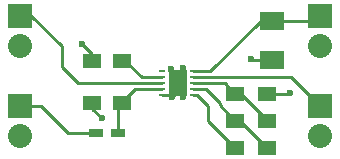
<source format=gbr>
G04 #@! TF.FileFunction,Copper,L1,Top,Signal*
%FSLAX46Y46*%
G04 Gerber Fmt 4.6, Leading zero omitted, Abs format (unit mm)*
G04 Created by KiCad (PCBNEW 4.0.3+e1-6302~38~ubuntu16.04.1-stable) date Sun Aug 28 11:49:07 2016*
%MOMM*%
%LPD*%
G01*
G04 APERTURE LIST*
%ADD10C,0.100000*%
%ADD11R,0.500000X0.250000*%
%ADD12R,1.600000X2.200000*%
%ADD13R,1.500000X1.250000*%
%ADD14R,2.032000X1.524000*%
%ADD15R,1.500000X1.300000*%
%ADD16R,1.200000X0.750000*%
%ADD17R,2.032000X2.032000*%
%ADD18O,2.032000X2.032000*%
%ADD19C,0.600000*%
%ADD20C,0.250000*%
G04 APERTURE END LIST*
D10*
D11*
X146715000Y-106315000D03*
X144115000Y-106315000D03*
X146715000Y-106815000D03*
X144115000Y-106815000D03*
X146715000Y-107315000D03*
X144115000Y-107315000D03*
X146715000Y-107815000D03*
X144115000Y-107815000D03*
X146715000Y-108315000D03*
X144115000Y-108315000D03*
D12*
X145415000Y-107315000D03*
D13*
X140696000Y-108966000D03*
X138196000Y-108966000D03*
X140696000Y-105410000D03*
X138196000Y-105410000D03*
D14*
X153400000Y-102049000D03*
X153400000Y-105351000D03*
D15*
X150288000Y-112776000D03*
X152988000Y-112776000D03*
X150288000Y-110490000D03*
X152988000Y-110490000D03*
X150288000Y-108204000D03*
X152988000Y-108204000D03*
D16*
X140396000Y-111506000D03*
X138496000Y-111506000D03*
D17*
X132080000Y-109220000D03*
D18*
X132080000Y-111760000D03*
D17*
X157480000Y-109220000D03*
D18*
X157480000Y-111760000D03*
D17*
X157480000Y-101600000D03*
D18*
X157480000Y-104140000D03*
D17*
X132080000Y-101600000D03*
D18*
X132080000Y-104140000D03*
D19*
X138978640Y-110299500D03*
X137300000Y-104000000D03*
X151600000Y-105300000D03*
X154900000Y-108200000D03*
X144940000Y-108490000D03*
X145910000Y-108520000D03*
X145415000Y-107315000D03*
X145830000Y-106050000D03*
X144880000Y-106090000D03*
D20*
X138196000Y-108966000D02*
X138196000Y-109516860D01*
X138196000Y-109516860D02*
X138978640Y-110299500D01*
X138196000Y-105410000D02*
X138196000Y-104896000D01*
X138196000Y-104896000D02*
X137300000Y-104000000D01*
X153400000Y-105351000D02*
X151651000Y-105351000D01*
X151651000Y-105351000D02*
X151600000Y-105300000D01*
X152988000Y-108204000D02*
X154896000Y-108204000D01*
X154896000Y-108204000D02*
X154900000Y-108200000D01*
X144115000Y-108315000D02*
X144765000Y-108315000D01*
X144765000Y-108315000D02*
X144940000Y-108490000D01*
X144765000Y-108315000D02*
X144940000Y-108490000D01*
X145415000Y-108015000D02*
X144940000Y-108490000D01*
X145415000Y-107315000D02*
X145415000Y-108025000D01*
X145415000Y-108025000D02*
X145910000Y-108520000D01*
X145415000Y-107315000D02*
X145415000Y-108015000D01*
X145415000Y-107315000D02*
X145415000Y-106465000D01*
X145415000Y-106465000D02*
X145830000Y-106050000D01*
X145415000Y-107315000D02*
X145415000Y-106625000D01*
X145415000Y-106625000D02*
X144880000Y-106090000D01*
X144115000Y-107815000D02*
X141847000Y-107815000D01*
X141847000Y-107815000D02*
X140396000Y-109266000D01*
X140396000Y-109266000D02*
X140396000Y-111506000D01*
X144115000Y-106815000D02*
X142375000Y-106815000D01*
X142375000Y-106815000D02*
X140970000Y-105410000D01*
X140970000Y-105410000D02*
X140696000Y-105410000D01*
X153400000Y-102049000D02*
X157031000Y-102049000D01*
X157031000Y-102049000D02*
X157480000Y-101600000D01*
X153400000Y-102049000D02*
X152451000Y-102049000D01*
X152451000Y-102049000D02*
X148185000Y-106315000D01*
X148185000Y-106315000D02*
X146715000Y-106315000D01*
X153851000Y-102500000D02*
X153400000Y-102049000D01*
X132080000Y-109220000D02*
X133807200Y-109220000D01*
X136093200Y-111506000D02*
X138496000Y-111506000D01*
X133807200Y-109220000D02*
X136093200Y-111506000D01*
X138496000Y-111506000D02*
X138303000Y-111506000D01*
X157500000Y-110000000D02*
X157500000Y-109300000D01*
X157500000Y-109300000D02*
X155015000Y-106815000D01*
X155015000Y-106815000D02*
X146715000Y-106815000D01*
X150288000Y-112776000D02*
X150241000Y-112776000D01*
X150241000Y-112776000D02*
X147955000Y-110490000D01*
X147955000Y-110490000D02*
X147955000Y-109220000D01*
X147955000Y-109220000D02*
X147050000Y-108315000D01*
X147050000Y-108315000D02*
X146715000Y-108315000D01*
X146715000Y-107815000D02*
X147820000Y-107815000D01*
X148971000Y-109173000D02*
X150288000Y-110490000D01*
X148971000Y-108966000D02*
X148971000Y-109173000D01*
X147820000Y-107815000D02*
X148971000Y-108966000D01*
X150288000Y-110490000D02*
X150702000Y-110490000D01*
X150702000Y-110490000D02*
X152988000Y-112776000D01*
X152988000Y-110490000D02*
X152988000Y-110443000D01*
X152988000Y-110443000D02*
X150749000Y-108204000D01*
X150749000Y-108204000D02*
X150288000Y-108204000D01*
X146715000Y-107315000D02*
X149399000Y-107315000D01*
X149399000Y-107315000D02*
X150288000Y-108204000D01*
X132080000Y-101600000D02*
X133035040Y-101600000D01*
X133035040Y-101600000D02*
X135595360Y-104160320D01*
X135595360Y-104160320D02*
X135595360Y-105928160D01*
X135595360Y-105928160D02*
X136982200Y-107315000D01*
X136982200Y-107315000D02*
X144115000Y-107315000D01*
M02*

</source>
